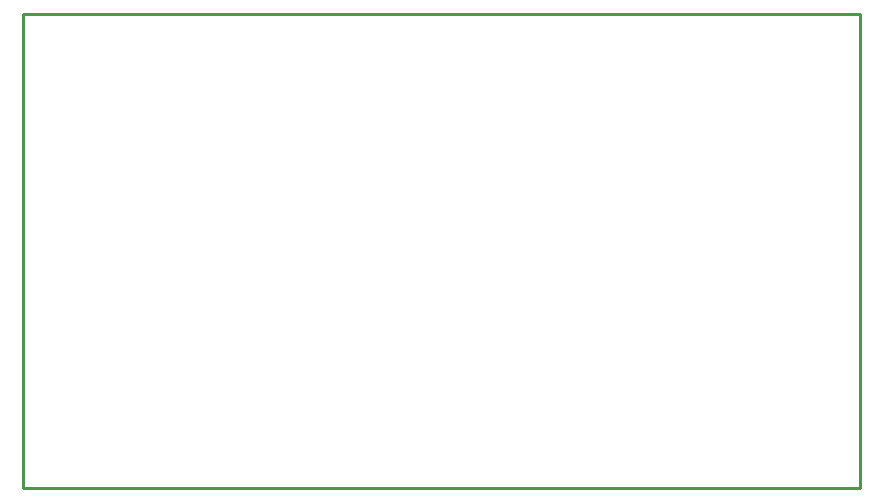
<source format=gko>
G04 Layer: BoardOutlineLayer*
G04 EasyEDA v6.5.1, 2022-04-03 23:05:39*
G04 0caac7c7161345fe919d254c63c90933,10*
G04 Gerber Generator version 0.2*
G04 Scale: 100 percent, Rotated: No, Reflected: No *
G04 Dimensions in millimeters *
G04 leading zeros omitted , absolute positions ,4 integer and 5 decimal *
%FSLAX45Y45*%
%MOMM*%

%ADD10C,0.2540*%
D10*
X774700Y5638800D02*
G01*
X7861300Y5638800D01*
X7861300Y1625600D01*
X774700Y1625600D01*
X774700Y5638800D01*

%LPD*%
M02*

</source>
